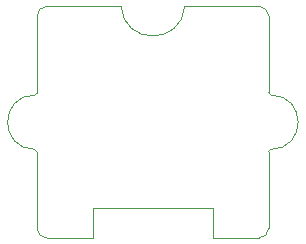
<source format=gbr>
%TF.GenerationSoftware,KiCad,Pcbnew,(6.0.7-1)-1*%
%TF.CreationDate,2022-09-12T14:41:07+08:00*%
%TF.ProjectId,0101-HOTSWAP-KEY,30313031-2d48-44f5-9453-5741502d4b45,V1.0*%
%TF.SameCoordinates,Original*%
%TF.FileFunction,Profile,NP*%
%FSLAX46Y46*%
G04 Gerber Fmt 4.6, Leading zero omitted, Abs format (unit mm)*
G04 Created by KiCad (PCBNEW (6.0.7-1)-1) date 2022-09-12 14:41:07*
%MOMM*%
%LPD*%
G01*
G04 APERTURE LIST*
%TA.AperFunction,Profile*%
%ADD10C,0.050000*%
%TD*%
G04 APERTURE END LIST*
D10*
X9600000Y19600000D02*
X3300000Y19600000D01*
X2500000Y7300000D02*
X2500000Y800000D01*
X22300000Y7499999D02*
G75*
G03*
X22300000Y12100001I0J2300001D01*
G01*
X3300000Y19600000D02*
G75*
G03*
X2500000Y18800000I0J-800000D01*
G01*
X2300000Y12100000D02*
G75*
G03*
X2300000Y7500000I0J-2300000D01*
G01*
X2500000Y18800000D02*
X2500000Y12300000D01*
X2300000Y12100000D02*
G75*
G03*
X2500000Y12300000I0J200000D01*
G01*
X21300000Y0D02*
X17400000Y0D01*
X21300000Y0D02*
G75*
G03*
X22100000Y800000I0J800000D01*
G01*
X17400000Y0D02*
X17400000Y2500000D01*
X22100001Y12300000D02*
G75*
G03*
X22300000Y12100001I199999J0D01*
G01*
X2500000Y800000D02*
G75*
G03*
X3300000Y0I800000J0D01*
G01*
X15000000Y19600000D02*
X21300000Y19600000D01*
X22100000Y18800000D02*
G75*
G03*
X21300000Y19600000I-800000J0D01*
G01*
X3300000Y0D02*
X7200000Y0D01*
X9600000Y19600000D02*
G75*
G03*
X15000000Y19600000I2700000J200000D01*
G01*
X2500000Y7300000D02*
G75*
G03*
X2300000Y7500000I-200000J0D01*
G01*
X22100000Y18800000D02*
X22100001Y12300000D01*
X22300000Y7499999D02*
G75*
G03*
X22100001Y7300000I0J-199999D01*
G01*
X22100000Y800000D02*
X22100001Y7300000D01*
X7200000Y2500000D02*
X7200000Y0D01*
X17400000Y2500000D02*
X7200000Y2500000D01*
M02*

</source>
